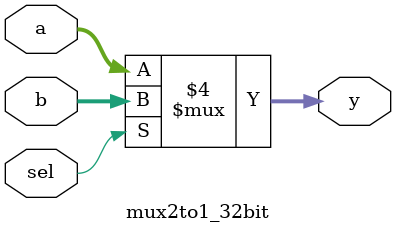
<source format=v>
module mux2to1_32bit (
    input      [31:0] a,    // 32位输入,低有效
    input      [31:0] b,    //高有效
    input             sel,  // 选择信号
    output reg [31:0] y     // 输出
);

  // 根据选择信号选择输出原数据或其按位取反
  always @(*) begin
    if (sel == 1'b0) y = a;  // 0输出a
    else y = b;  // 1输出b
  end

endmodule

</source>
